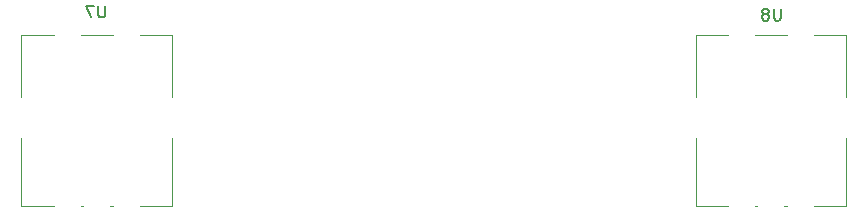
<source format=gbr>
%TF.GenerationSoftware,KiCad,Pcbnew,6.0.9-8da3e8f707~116~ubuntu20.04.1*%
%TF.CreationDate,2023-04-01T10:59:08+02:00*%
%TF.ProjectId,minikey,6d696e69-6b65-4792-9e6b-696361645f70,rev?*%
%TF.SameCoordinates,Original*%
%TF.FileFunction,Legend,Bot*%
%TF.FilePolarity,Positive*%
%FSLAX46Y46*%
G04 Gerber Fmt 4.6, Leading zero omitted, Abs format (unit mm)*
G04 Created by KiCad (PCBNEW 6.0.9-8da3e8f707~116~ubuntu20.04.1) date 2023-04-01 10:59:08*
%MOMM*%
%LPD*%
G01*
G04 APERTURE LIST*
%ADD10C,0.150000*%
%ADD11C,0.120000*%
G04 APERTURE END LIST*
D10*
%TO.C,U7*%
X130221904Y-70062380D02*
X130221904Y-70871904D01*
X130174285Y-70967142D01*
X130126666Y-71014761D01*
X130031428Y-71062380D01*
X129840952Y-71062380D01*
X129745714Y-71014761D01*
X129698095Y-70967142D01*
X129650476Y-70871904D01*
X129650476Y-70062380D01*
X129269523Y-70062380D02*
X128602857Y-70062380D01*
X129031428Y-71062380D01*
%TO.C,U8*%
X187421904Y-70332380D02*
X187421904Y-71141904D01*
X187374285Y-71237142D01*
X187326666Y-71284761D01*
X187231428Y-71332380D01*
X187040952Y-71332380D01*
X186945714Y-71284761D01*
X186898095Y-71237142D01*
X186850476Y-71141904D01*
X186850476Y-70332380D01*
X186231428Y-70760952D02*
X186326666Y-70713333D01*
X186374285Y-70665714D01*
X186421904Y-70570476D01*
X186421904Y-70522857D01*
X186374285Y-70427619D01*
X186326666Y-70380000D01*
X186231428Y-70332380D01*
X186040952Y-70332380D01*
X185945714Y-70380000D01*
X185898095Y-70427619D01*
X185850476Y-70522857D01*
X185850476Y-70570476D01*
X185898095Y-70665714D01*
X185945714Y-70713333D01*
X186040952Y-70760952D01*
X186231428Y-70760952D01*
X186326666Y-70808571D01*
X186374285Y-70856190D01*
X186421904Y-70951428D01*
X186421904Y-71141904D01*
X186374285Y-71237142D01*
X186326666Y-71284761D01*
X186231428Y-71332380D01*
X186040952Y-71332380D01*
X185945714Y-71284761D01*
X185898095Y-71237142D01*
X185850476Y-71141904D01*
X185850476Y-70951428D01*
X185898095Y-70856190D01*
X185945714Y-70808571D01*
X186040952Y-70760952D01*
D11*
%TO.C,U7*%
X130159458Y-72576308D02*
X130875744Y-72576308D01*
X135883850Y-87041608D02*
X133141158Y-87041608D01*
X135883850Y-72576308D02*
X135883850Y-77829056D01*
X133141156Y-72576308D02*
X135883850Y-72576308D01*
X123133050Y-72576308D02*
X125875743Y-72576308D01*
X130875742Y-87041608D02*
X130641158Y-87041608D01*
X125875742Y-87041608D02*
X123133050Y-87041608D01*
X123133050Y-87041608D02*
X123133050Y-81288536D01*
X128375742Y-87041608D02*
X128141158Y-87041608D01*
X135883850Y-81288536D02*
X135883850Y-87041608D01*
X128141156Y-72576308D02*
X130159458Y-72576308D01*
X123133050Y-77829056D02*
X123133050Y-72576308D01*
%TO.C,U8*%
X185455742Y-87051608D02*
X185221158Y-87051608D01*
X180213050Y-72586308D02*
X182955743Y-72586308D01*
X182955742Y-87051608D02*
X180213050Y-87051608D01*
X190221156Y-72586308D02*
X192963850Y-72586308D01*
X187239458Y-72586308D02*
X187955744Y-72586308D01*
X185221156Y-72586308D02*
X187239458Y-72586308D01*
X187955742Y-87051608D02*
X187721158Y-87051608D01*
X180213050Y-87051608D02*
X180213050Y-81298536D01*
X192963850Y-87051608D02*
X190221158Y-87051608D01*
X180213050Y-77839056D02*
X180213050Y-72586308D01*
X192963850Y-81298536D02*
X192963850Y-87051608D01*
X192963850Y-72586308D02*
X192963850Y-77839056D01*
%TD*%
M02*

</source>
